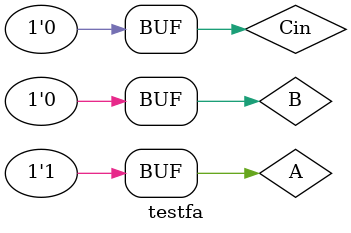
<source format=v>
`timescale 1ns / 1ps


module testfa;

	// Inputs
	reg A;
	reg B;
	reg Cin;

	// Outputs
	wire sum;
	wire cout;

	// Instantiate the Unit Under Test (UUT)
	FADDER uut (
		.A(A), 
		.B(B), 
		.Cin(Cin), 
		.sum(sum), 
		.cout(cout)
	);

	initial begin
		// Initialize Inputs
		A = 0;
		B = 0;
		Cin = 0;

		// Wait 100 ns for global reset to finish
		#100;
        
		// Add stimulus here
      A = 0;
		B = 1;
		Cin = 1;

		// Wait 100 ns for global reset to finish
		#100;
		A = 1;
		B = 1;
		Cin = 1;

		// Wait 100 ns for global reset to finish
		#100;
		A = 1;
		B = 1;
		Cin = 0;

		// Wait 100 ns for global reset to finish
		#100;
		A = 1;
		B = 0;
		Cin = 0;

		// Wait 100 ns for global reset to finish
		#100;
	end
      
endmodule


</source>
